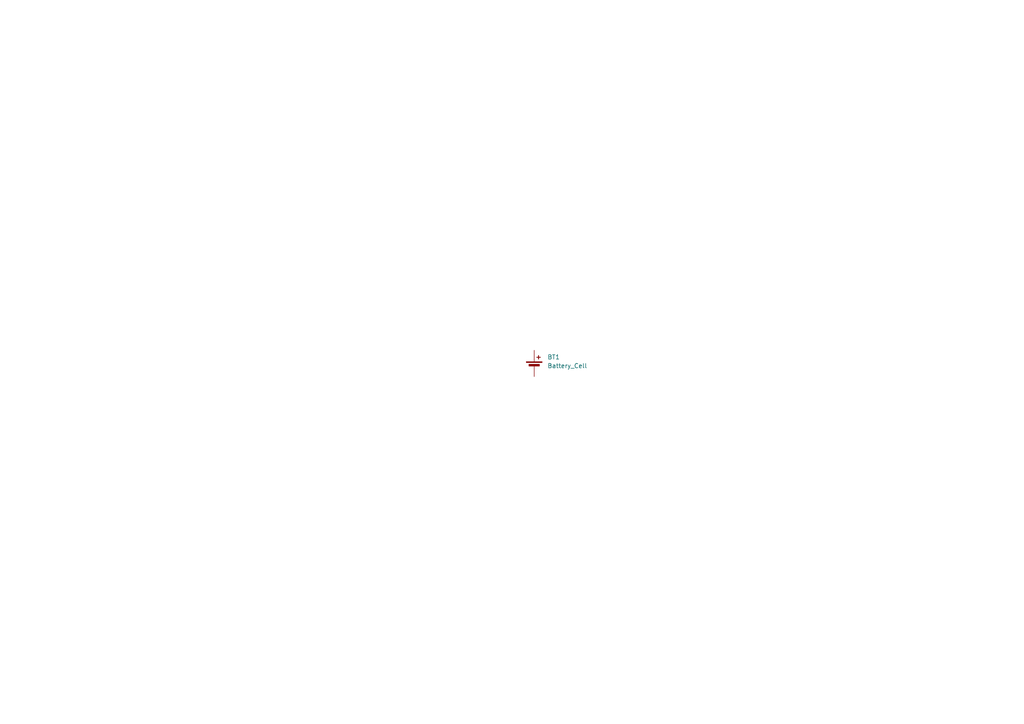
<source format=kicad_sch>
(kicad_sch (version 20231120) (generator "eeschema") (generator_version "8.0")
  (paper "A4")
  (lib_symbols
    (symbol "Device:Battery_Cell" (pin_numbers hide) (pin_names (offset 0) hide)
      (property "Reference" "BT" (at 2.54 2.54 0))
      (property "Value" "Battery_Cell" (at 2.54 0 0))
      (symbol "Battery_Cell_0_1"
        (rectangle (start -2.286 1.778) (end 2.286 1.524) (fill (type outline)))
        (rectangle (start -1.524 1.016) (end 1.524 0.508) (fill (type outline)))
        (polyline (pts (xy 0 0.762) (xy 0 0)))
        (polyline (pts (xy 0 1.778) (xy 0 2.54)))
        (polyline (pts (xy 0.762 3.048) (xy 1.778 3.048)) (stroke (width 0.254)))
        (polyline (pts (xy 1.27 3.556) (xy 1.27 2.54)) (stroke (width 0.254)))
      )
      (symbol "Battery_Cell_1_1"
        (pin passive line (at 0 5.08 270) (length 2.54) (name "+") (number "1"))
        (pin passive line (at 0 -2.54 90) (length 2.54) (name "-") (number "2"))
      )
    )
  )
  (symbol (lib_id "Device:Battery_Cell") (at 154.94 106.68 0) (unit 1)
    (property "Reference" "BT1" (at 158.75 103.5684 0) (effects (justify left)))
    (property "Value" "Battery_Cell" (at 158.75 106.1084 0) (effects (justify left)))
    (property "Description" "Single-cell battery" (effects (hide yes)))
  )
)
</source>
